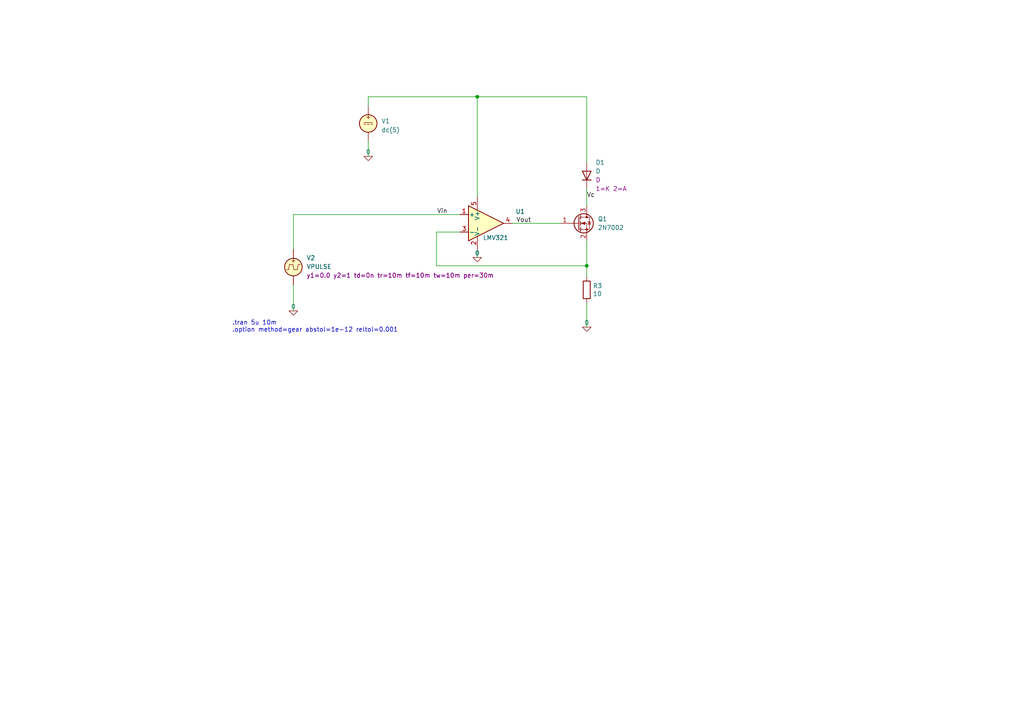
<source format=kicad_sch>
(kicad_sch (version 20230121) (generator eeschema)
  (paper "A4")
  (lib_symbols
    (symbol "Amplifier_Operational:LMV321" (pin_names (offset 0.127))
      (property "Reference" "U" (at 0 5.08 0))
      (property "Value" "LMV321" (at 0 -5.08 0))
      (symbol "LMV321_0_1"
        (polyline (pts (xy -5.08 5.08) (xy 5.08 0) (xy -5.08 -5.08) (xy -5.08 5.08)) (stroke (width 0.254)) (fill (type background)))
        (pin power_in line (at -2.54 -7.62 90) (length 3.81) (name "V-") (number "2"))
        (pin power_in line (at -2.54 7.62 270) (length 3.81) (name "V+") (number "5"))
      )
      (symbol "LMV321_1_1"
        (pin input line (at -7.62 2.54 0) (length 2.54) (name "+") (number "1"))
        (pin input line (at -7.62 -2.54 0) (length 2.54) (name "-") (number "3"))
        (pin output line (at 7.62 0 180) (length 2.54) (name "~") (number "4"))
      )
    )
    (symbol "Device:R" (pin_numbers hide) (pin_names (offset 0))
      (property "Reference" "R" (at 2.032 0 90))
      (property "Value" "R" (at 0 0 90))
      (symbol "R_0_1"
        (rectangle (start -1.016 -2.54) (end 1.016 2.54) (stroke (width 0.254)))
      )
      (symbol "R_1_1"
        (pin passive line (at 0 3.81 270) (length 1.27) (name "~") (number "1"))
        (pin passive line (at 0 -3.81 90) (length 1.27) (name "~") (number "2"))
      )
    )
    (symbol "Simulation_SPICE:0" (power) (pin_names (offset 0))
      (property "Value" "0" (at 0 -1.778 0))
      (symbol "0_0_1"
        (polyline (pts (xy -1.27 0) (xy 0 -1.27) (xy 1.27 0) (xy -1.27 0)))
      )
      (symbol "0_1_1"
        (pin power_in line (at 0 0 0) (length 0) hide (name "0") (number "1"))
      )
    )
    (symbol "Simulation_SPICE:D" (pin_numbers hide) (pin_names (offset 1.016) hide)
      (property "Reference" "D" (at 0 2.54 0))
      (property "Value" "D" (at 0 -2.54 0))
      (property "Sim.Device" "D" (at 0 0 0))
      (property "Sim.Pins" "1=K 2=A" (at 0 0 0))
      (symbol "D_0_1"
        (polyline (pts (xy -1.27 1.27) (xy -1.27 -1.27)) (stroke (width 0.254)))
        (polyline (pts (xy 1.27 0) (xy -1.27 0)))
        (polyline (pts (xy 1.27 1.27) (xy 1.27 -1.27) (xy -1.27 0) (xy 1.27 1.27)) (stroke (width 0.254)))
      )
      (symbol "D_1_1"
        (pin passive line (at -3.81 0 0) (length 2.54) (name "K") (number "1"))
        (pin passive line (at 3.81 0 180) (length 2.54) (name "A") (number "2"))
      )
    )
    (symbol "Simulation_SPICE:VDC" (pin_numbers hide) (pin_names (offset 0.0254))
      (property "Reference" "V" (at 2.54 2.54 0))
      (property "Value" "1" (at 2.54 0 0))
      (symbol "VDC_0_0"
        (polyline (pts (xy -1.27 0.254) (xy 1.27 0.254)))
        (polyline (pts (xy -0.762 -0.254) (xy -1.27 -0.254)))
        (polyline (pts (xy 0.254 -0.254) (xy -0.254 -0.254)))
        (polyline (pts (xy 1.27 -0.254) (xy 0.762 -0.254)))
        (text "+" (at 0 1.905 0) (effects (font (size 1.27 1.27))))
      )
      (symbol "VDC_0_1"
        (circle (center 0 0) (radius 2.54) (stroke (width 0.254)) (fill (type background)))
      )
      (symbol "VDC_1_1"
        (pin passive line (at 0 5.08 270) (length 2.54) (name "~") (number "1"))
        (pin passive line (at 0 -5.08 90) (length 2.54) (name "~") (number "2"))
      )
    )
    (symbol "Simulation_SPICE:VPULSE" (pin_numbers hide) (pin_names (offset 0.0254))
      (property "Reference" "V" (at 2.54 2.54 0))
      (property "Value" "VPULSE" (at 2.54 0 0))
      (property "Sim.Params" "y1=0 y2=1 td=2n tr=2n tf=2n tw=50n per=100n" (at 2.54 -2.54 0))
      (symbol "VPULSE_0_0"
        (polyline (pts (xy -2.032 -0.762) (xy -1.397 -0.762) (xy -1.143 0.762) (xy -0.127 0.762) (xy 0.127 -0.762) (xy 1.143 -0.762) (xy 1.397 0.762) (xy 2.032 0.762)))
        (text "+" (at 0 1.905 0) (effects (font (size 1.27 1.27))))
      )
      (symbol "VPULSE_0_1"
        (circle (center 0 0) (radius 2.54) (stroke (width 0.254)) (fill (type background)))
      )
      (symbol "VPULSE_1_1"
        (pin passive line (at 0 5.08 270) (length 2.54) (name "~") (number "1"))
        (pin passive line (at 0 -5.08 90) (length 2.54) (name "~") (number "2"))
      )
    )
    (symbol "Transistor_FET:2N7002" (pin_names hide)
      (property "Reference" "Q" (at 5.08 1.905 0))
      (property "Value" "2N7002" (at 5.08 0 0))
      (symbol "2N7002_0_1"
        (polyline (pts (xy 0.254 0) (xy -2.54 0)))
        (polyline (pts (xy 0.254 1.905) (xy 0.254 -1.905)) (stroke (width 0.254)))
        (polyline (pts (xy 0.762 -1.27) (xy 0.762 -2.286)) (stroke (width 0.254)))
        (polyline (pts (xy 0.762 0.508) (xy 0.762 -0.508)) (stroke (width 0.254)))
        (polyline (pts (xy 0.762 2.286) (xy 0.762 1.27)) (stroke (width 0.254)))
        (polyline (pts (xy 2.54 2.54) (xy 2.54 1.778)))
        (polyline (pts (xy 2.54 -2.54) (xy 2.54 0) (xy 0.762 0)))
        (polyline (pts (xy 0.762 -1.778) (xy 3.302 -1.778) (xy 3.302 1.778) (xy 0.762 1.778)))
        (polyline (pts (xy 1.016 0) (xy 2.032 0.381) (xy 2.032 -0.381) (xy 1.016 0)) (fill (type outline)))
        (polyline (pts (xy 2.794 0.508) (xy 2.921 0.381) (xy 3.683 0.381) (xy 3.81 0.254)))
        (polyline (pts (xy 3.302 0.381) (xy 2.921 -0.254) (xy 3.683 -0.254) (xy 3.302 0.381)))
        (circle (center 1.651 0) (radius 2.794) (stroke (width 0.254)))
        (circle (center 2.54 -1.778) (radius 0.254) (fill (type outline)))
        (circle (center 2.54 1.778) (radius 0.254) (fill (type outline)))
      )
      (symbol "2N7002_1_1"
        (pin input line (at -5.08 0 0) (length 2.54) (name "G") (number "1"))
        (pin passive line (at 2.54 -5.08 90) (length 2.54) (name "S") (number "2"))
        (pin passive line (at 2.54 5.08 270) (length 2.54) (name "D") (number "3"))
      )
    )
  )
  (junction (at 138.43 28.067))
  (junction (at 170.18 77.089))
  (wire (pts (xy 170.18 28.067) (xy 170.18 47.117)))
  (wire (pts (xy 138.43 28.067) (xy 138.43 57.15)))
  (wire (pts (xy 148.59 64.77) (xy 162.56 64.77)))
  (wire (pts (xy 106.807 30.734) (xy 106.807 28.067)))
  (wire (pts (xy 170.18 87.884) (xy 170.18 94.869)))
  (wire (pts (xy 85.09 62.23) (xy 133.35 62.23)))
  (wire (pts (xy 85.09 62.23) (xy 85.09 72.39)))
  (wire (pts (xy 138.43 28.067) (xy 170.18 28.067)))
  (wire (pts (xy 106.807 40.894) (xy 106.807 45.339)))
  (wire (pts (xy 85.09 82.55) (xy 85.09 90.17)))
  (wire (pts (xy 106.807 28.067) (xy 138.43 28.067)))
  (wire (pts (xy 170.18 54.737) (xy 170.18 59.69)))
  (wire (pts (xy 170.18 77.089) (xy 170.18 80.264)))
  (wire (pts (xy 138.43 72.39) (xy 138.43 74.676)))
  (wire (pts (xy 126.619 77.089) (xy 170.18 77.089)))
  (wire (pts (xy 170.18 69.85) (xy 170.18 77.089)))
  (wire (pts (xy 126.619 67.31) (xy 133.35 67.31)))
  (wire (pts (xy 126.619 77.089) (xy 126.619 67.31)))
  (text ".tran 5u 10m \n.option method=gear abstol=1e-12 reltol=0.001" (at 67.31 96.52 0) (effects (font (size 1.27 1.27)) (justify left bottom)))
  (label "Vc" (at 170.18 57.531 0))
  (label "Vin" (at 126.746 62.23 0))
  (label "Vout" (at 149.733 64.77 0))
  (symbol (lib_id "Transistor_FET:2N7002") (at 167.64 64.77 0) (unit 1)
    (property "Reference" "Q1" (at 173.355 63.5 0) (effects (justify left)))
    (property "Value" "2N7002" (at 173.355 66.04 0) (effects (justify left)))
    (property "Footprint" "Package_TO_SOT_SMD:SOT-23" (effects hide))
    (property "Datasheet" "https://www.onsemi.com/pub/Collateral/NDS7002A-D.PDF" (effects hide))
    (property "Sim.Library" "/home/wbd/work/kicad/simulation/mosfet_experiments/spice_libs/2N7002.spice.txt" (effects hide))
    (property "Sim.Name" "N7002" (effects hide))
    (property "Sim.Device" "SUBCKT" (effects hide))
    (property "Sim.Pins" "1=20 2=30 3=10" (effects hide))
  )
  (symbol (lib_id "Simulation_SPICE:0") (at 106.807 45.339 0) (unit 1)
    (property "Reference" "#GND01" (effects hide))
    (property "Value" "0" (at 106.807 44.069 0))
  )
  (symbol (lib_id "Amplifier_Operational:LMV321") (at 140.97 64.77 0) (unit 1)
    (property "Reference" "U1" (at 150.876 61.3411 0))
    (property "Value" "LMV321" (at 143.764 68.961 0))
    (property "Datasheet" "http://www.ti.com/lit/ds/symlink/lmv324.pdf" (effects hide))
    (property "Sim.Library" "spice_libs/LMV321.MOD" (effects hide))
    (property "Sim.Name" "lMV321" (effects hide))
    (property "Sim.Device" "SUBCKT" (effects hide))
    (property "Sim.Pins" "1=3 2=5 3=2 4=6 5=4" (effects hide))
  )
  (symbol (lib_id "Simulation_SPICE:VPULSE") (at 85.09 77.47 0) (unit 1)
    (property "Reference" "V2" (at 88.9 74.8002 0) (effects (justify left)))
    (property "Value" "VPULSE" (at 88.9 77.3402 0) (effects (justify left)))
    (property "Sim.Pins" "1=+ 2=-" (effects hide))
    (property "Sim.Type" "PULSE" (effects hide))
    (property "Sim.Device" "V" (effects hide))
    (property "Sim.Params" "y1=0.0 y2=1 td=0n tr=10m tf=10m tw=10m per=30m" (at 88.9 79.8802 0) (effects (justify left)))
  )
  (symbol (lib_id "Device:R") (at 170.18 84.074 0) (unit 1)
    (property "Reference" "R3" (at 171.958 82.9056 0) (effects (justify left)))
    (property "Value" "10" (at 171.958 85.217 0) (effects (justify left)))
    (property "Footprint" "Resistor_SMD:R_0402_1005Metric" (effects hide))
  )
  (symbol (lib_id "Simulation_SPICE:D") (at 170.18 50.927 90) (unit 1)
    (property "Reference" "D1" (at 172.72 47.117 90) (effects (justify right)))
    (property "Value" "D" (at 172.72 49.657 90) (effects (justify right)))
    (property "Sim.Device" "D" (at 172.72 52.197 90) (effects (justify right)))
    (property "Sim.Pins" "1=K 2=A" (at 172.72 54.737 90) (effects (justify right)))
    (property "Sim.Params" "is=1.417n rs=3.3 n=7.3" (effects hide))
  )
  (symbol (lib_id "Simulation_SPICE:0") (at 170.18 94.869 0) (unit 1)
    (property "Reference" "#GND04" (effects hide))
    (property "Value" "0" (at 170.18 93.599 0))
  )
  (symbol (lib_id "Simulation_SPICE:0") (at 85.09 90.17 0) (unit 1)
    (property "Reference" "#GND02" (effects hide))
    (property "Value" "0" (at 85.09 88.9 0))
  )
  (symbol (lib_id "Simulation_SPICE:0") (at 138.43 74.676 0) (unit 1)
    (property "Reference" "#GND03" (effects hide))
    (property "Value" "0" (at 138.43 73.406 0))
  )
  (symbol (lib_id "Simulation_SPICE:VDC") (at 106.807 35.814 0) (unit 1)
    (property "Reference" "V1" (at 110.617 35.1432 0) (effects (justify left)))
    (property "Value" "dc(5)" (at 110.617 37.6832 0) (effects (justify left)))
    (property "Sim.Pins" "1=+ 2=-" (effects hide))
    (property "Sim.Type" "DC" (effects hide))
    (property "Sim.Device" "V" (effects hide))
  )
)
</source>
